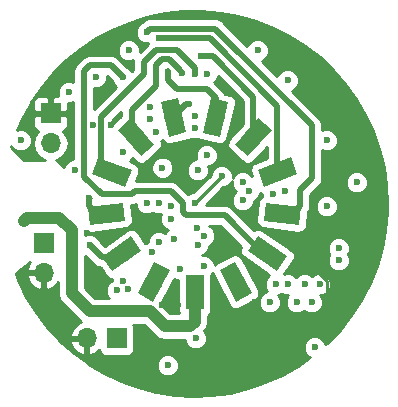
<source format=gbl>
G04 #@! TF.GenerationSoftware,KiCad,Pcbnew,(5.0.2)-1*
G04 #@! TF.CreationDate,2019-03-25T12:23:43+09:00*
G04 #@! TF.ProjectId,NixieHourglass,4e697869-6548-46f7-9572-676c6173732e,rev?*
G04 #@! TF.SameCoordinates,Original*
G04 #@! TF.FileFunction,Copper,L4,Bot*
G04 #@! TF.FilePolarity,Positive*
%FSLAX46Y46*%
G04 Gerber Fmt 4.6, Leading zero omitted, Abs format (unit mm)*
G04 Created by KiCad (PCBNEW (5.0.2)-1) date 25/03/2019 12:23:43*
%MOMM*%
%LPD*%
G01*
G04 APERTURE LIST*
G04 #@! TA.AperFunction,SMDPad,CuDef*
%ADD10C,1.500000*%
G04 #@! TD*
G04 #@! TA.AperFunction,Conductor*
%ADD11C,0.100000*%
G04 #@! TD*
G04 #@! TA.AperFunction,SMDPad,CuDef*
%ADD12R,1.500000X3.000000*%
G04 #@! TD*
G04 #@! TA.AperFunction,ComponentPad*
%ADD13R,1.700000X1.700000*%
G04 #@! TD*
G04 #@! TA.AperFunction,ComponentPad*
%ADD14O,1.700000X1.700000*%
G04 #@! TD*
G04 #@! TA.AperFunction,ViaPad*
%ADD15C,0.600000*%
G04 #@! TD*
G04 #@! TA.AperFunction,Conductor*
%ADD16C,0.250000*%
G04 #@! TD*
G04 #@! TA.AperFunction,Conductor*
%ADD17C,0.500000*%
G04 #@! TD*
G04 #@! TA.AperFunction,Conductor*
%ADD18C,1.000000*%
G04 #@! TD*
G04 #@! TA.AperFunction,Conductor*
%ADD19C,0.254000*%
G04 #@! TD*
G04 APERTURE END LIST*
D10*
G04 #@! TO.P,N1,RHDP*
G04 #@! TO.N,N/C*
X86530000Y-86640000D03*
D11*
G04 #@! TD*
G04 #@! TO.N,N/C*
G04 #@! TO.C,N1*
G36*
X85170403Y-87621833D02*
X86560291Y-84963223D01*
X87889597Y-85658167D01*
X86499709Y-88316777D01*
X85170403Y-87621833D01*
X85170403Y-87621833D01*
G37*
D10*
G04 #@! TO.P,N1,0*
G04 #@! TO.N,Net-(N1-Pad0)*
X83840000Y-84270000D03*
D11*
G04 #@! TD*
G04 #@! TO.N,Net-(N1-Pad0)*
G04 #@! TO.C,N1*
G36*
X82179824Y-84507311D02*
X84646256Y-82799473D01*
X85500176Y-84032689D01*
X83033744Y-85740527D01*
X82179824Y-84507311D01*
X82179824Y-84507311D01*
G37*
D10*
G04 #@! TO.P,N1,9*
G04 #@! TO.N,Net-(N1-Pad9)*
X82560000Y-80900000D03*
D11*
G04 #@! TD*
G04 #@! TO.N,Net-(N1-Pad9)*
G04 #@! TO.C,N1*
G36*
X80979779Y-80338394D02*
X83957417Y-79972786D01*
X84140221Y-81461606D01*
X81162583Y-81827214D01*
X80979779Y-80338394D01*
X80979779Y-80338394D01*
G37*
D10*
G04 #@! TO.P,N1,8*
G04 #@! TO.N,Net-(N1-Pad8)*
X82990000Y-77350000D03*
D11*
G04 #@! TD*
G04 #@! TO.N,Net-(N1-Pad8)*
G04 #@! TO.C,N1*
G36*
X81851940Y-76118205D02*
X84658272Y-77178629D01*
X84128060Y-78581795D01*
X81321728Y-77521371D01*
X81851940Y-76118205D01*
X81851940Y-76118205D01*
G37*
D10*
G04 #@! TO.P,N1,7*
G04 #@! TO.N,Net-(N1-Pad7)*
X85030000Y-74400000D03*
D11*
G04 #@! TD*
G04 #@! TO.N,Net-(N1-Pad7)*
G04 #@! TO.C,N1*
G36*
X84594959Y-72780358D02*
X86586738Y-75023752D01*
X85465041Y-76019642D01*
X83473262Y-73776248D01*
X84594959Y-72780358D01*
X84594959Y-72780358D01*
G37*
D10*
G04 #@! TO.P,N1,6*
G04 #@! TO.N,Net-(N1-Pad6)*
X88200000Y-72720000D03*
D11*
G04 #@! TD*
G04 #@! TO.N,Net-(N1-Pad6)*
G04 #@! TO.C,N1*
G36*
X88567695Y-71083754D02*
X89288379Y-73995904D01*
X87832305Y-74356246D01*
X87111621Y-71444096D01*
X88567695Y-71083754D01*
X88567695Y-71083754D01*
G37*
D10*
G04 #@! TO.P,N1,5*
G04 #@! TO.N,Net-(N1-Pad5)*
X91780000Y-72720000D03*
D11*
G04 #@! TD*
G04 #@! TO.N,Net-(N1-Pad5)*
G04 #@! TO.C,N1*
G36*
X92866151Y-71442199D02*
X92150551Y-74355602D01*
X90693849Y-73997801D01*
X91409449Y-71084398D01*
X92866151Y-71442199D01*
X92866151Y-71442199D01*
G37*
D10*
G04 #@! TO.P,N1,4*
G04 #@! TO.N,Net-(N1-Pad4)*
X94960000Y-74390000D03*
D11*
G04 #@! TD*
G04 #@! TO.N,Net-(N1-Pad4)*
G04 #@! TO.C,N1*
G36*
X96515647Y-73763531D02*
X94527787Y-76010399D01*
X93404353Y-75016469D01*
X95392213Y-72769601D01*
X96515647Y-73763531D01*
X96515647Y-73763531D01*
G37*
D10*
G04 #@! TO.P,N1,3*
G04 #@! TO.N,Net-(N1-Pad3)*
X97010000Y-77340000D03*
D11*
G04 #@! TD*
G04 #@! TO.N,Net-(N1-Pad3)*
G04 #@! TO.C,N1*
G36*
X98678569Y-77508459D02*
X95874092Y-78573780D01*
X95341431Y-77171541D01*
X98145908Y-76106220D01*
X98678569Y-77508459D01*
X98678569Y-77508459D01*
G37*
D10*
G04 #@! TO.P,N1,2*
G04 #@! TO.N,Net-(N1-Pad2)*
X97440000Y-80900000D03*
D11*
G04 #@! TD*
G04 #@! TO.N,Net-(N1-Pad2)*
G04 #@! TO.C,N1*
G36*
X98839033Y-81824773D02*
X95860761Y-81464363D01*
X96040967Y-79975227D01*
X99019239Y-80335637D01*
X98839033Y-81824773D01*
X98839033Y-81824773D01*
G37*
D10*
G04 #@! TO.P,N1,1*
G04 #@! TO.N,Net-(N1-Pad1)*
X96170000Y-84250000D03*
D11*
G04 #@! TD*
G04 #@! TO.N,Net-(N1-Pad1)*
G04 #@! TO.C,N1*
G36*
X96978822Y-85719118D02*
X94509413Y-84015587D01*
X95361178Y-82780882D01*
X97830587Y-84484413D01*
X96978822Y-85719118D01*
X96978822Y-85719118D01*
G37*
D10*
G04 #@! TO.P,N1,LHDP*
G04 #@! TO.N,N/C*
X93480000Y-86640000D03*
D11*
G04 #@! TD*
G04 #@! TO.N,N/C*
G04 #@! TO.C,N1*
G36*
X93513218Y-88316722D02*
X92118692Y-85660541D01*
X93446782Y-84963278D01*
X94841308Y-87619459D01*
X93513218Y-88316722D01*
X93513218Y-88316722D01*
G37*
D12*
G04 #@! TO.P,N1,A*
G04 #@! TO.N,Net-(N1-PadA)*
X90000000Y-87500000D03*
G04 #@! TD*
D13*
G04 #@! TO.P,J3,1*
G04 #@! TO.N,+BATT*
X83396000Y-91430000D03*
D14*
G04 #@! TO.P,J3,2*
G04 #@! TO.N,GND*
X80856000Y-91430000D03*
G04 #@! TD*
G04 #@! TO.P,J4,2*
G04 #@! TO.N,GND*
X77216000Y-85852000D03*
D13*
G04 #@! TO.P,J4,1*
G04 #@! TO.N,+HV*
X77216000Y-83312000D03*
G04 #@! TD*
G04 #@! TO.P,C5,1*
G04 #@! TO.N,GND*
X77808000Y-72380000D03*
D14*
G04 #@! TO.P,C5,2*
G04 #@! TO.N,+BATT*
X77808000Y-74920000D03*
G04 #@! TD*
D15*
G04 #@! TO.N,GND*
X82888000Y-73396000D03*
X89238000Y-77206000D03*
X87206000Y-88636000D03*
X88593000Y-88636000D03*
X96858000Y-93462000D03*
X100414000Y-79238000D03*
X104900000Y-77628000D03*
X81618000Y-71364000D03*
X84920000Y-65014000D03*
X81872000Y-85588000D03*
X80856000Y-82540000D03*
X91778000Y-88128000D03*
X94064000Y-77206000D03*
X94064000Y-89144000D03*
X95080000Y-88382000D03*
X101176000Y-79238000D03*
X93556000Y-73142000D03*
G04 #@! TO.N,+BATT*
X90254942Y-77206942D03*
X100160000Y-92192000D03*
X101175978Y-74666000D03*
X79332000Y-70602000D03*
X99906000Y-88382000D03*
X95334000Y-67046000D03*
X103716000Y-78222000D03*
X101175986Y-80254000D03*
X90092500Y-91430000D03*
G04 #@! TO.N,Net-(C2-Pad1)*
X90000000Y-80000000D03*
X92286000Y-77714000D03*
G04 #@! TO.N,/MISO*
X94572000Y-78983992D03*
X100584000Y-86858000D03*
G04 #@! TO.N,/SCK*
X94064000Y-78222000D03*
X99314000Y-86858010D03*
G04 #@! TO.N,/MOSI*
X94064000Y-79746000D03*
X98636000Y-88382000D03*
G04 #@! TO.N,/RESET*
X86383051Y-84124949D03*
X97874000Y-86858000D03*
X87714000Y-93716000D03*
G04 #@! TO.N,/RXD*
X96858000Y-86858000D03*
X90761978Y-85334000D03*
G04 #@! TO.N,/TXD*
X96350000Y-88381998D03*
X88730000Y-85588006D03*
G04 #@! TO.N,Net-(N1-Pad1)*
X83904000Y-69332000D03*
G04 #@! TO.N,Net-(N1-Pad2)*
X85936000Y-65522000D03*
G04 #@! TO.N,Net-(N1-Pad3)*
X86952000Y-66030000D03*
G04 #@! TO.N,Net-(N1-Pad4)*
X90508000Y-67554000D03*
G04 #@! TO.N,Net-(N1-Pad5)*
X87714872Y-68867792D03*
G04 #@! TO.N,Net-(N1-Pad6)*
X89492000Y-71618016D03*
G04 #@! TO.N,Net-(N1-Pad7)*
X88969824Y-68949344D03*
G04 #@! TO.N,Net-(N1-Pad8)*
X90000000Y-69077956D03*
G04 #@! TO.N,Net-(N1-Pad9)*
X81069439Y-79573337D03*
G04 #@! TO.N,/NIX_ANODE*
X79840032Y-77206000D03*
X86952000Y-83302000D03*
G04 #@! TO.N,/NIX_0*
X83396000Y-87365988D03*
X90254000Y-83556000D03*
G04 #@! TO.N,/SCL*
X90822478Y-82739103D03*
X81364000Y-73396000D03*
X88222000Y-83048000D03*
X97620000Y-78984000D03*
G04 #@! TO.N,/SDA*
X90223992Y-82051988D03*
X96604000Y-79237986D03*
G04 #@! TO.N,/NIX_8*
X84370051Y-87286050D03*
X91016000Y-75936000D03*
G04 #@! TO.N,/NIX_1*
X83904000Y-75682016D03*
X87968000Y-81308027D03*
G04 #@! TO.N,/NIX_2*
X86189974Y-71833987D03*
X87968000Y-80253970D03*
G04 #@! TO.N,/NIX_3*
X87264883Y-76986594D03*
X86189992Y-72888000D03*
G04 #@! TO.N,/NIX_5*
X85936000Y-80004000D03*
X86710500Y-73912329D03*
G04 #@! TO.N,/NIX_6*
X86952000Y-80000000D03*
X90000000Y-72634000D03*
G04 #@! TO.N,/NIX_7*
X83904000Y-86604000D03*
X90000000Y-73650000D03*
G04 #@! TO.N,Net-(N1-Pad0)*
X81110000Y-83555986D03*
G04 #@! TO.N,Net-(N1-PadA)*
X75522000Y-81524000D03*
G04 #@! TO.N,/SW_0*
X97874000Y-69586000D03*
X102192000Y-84826026D03*
G04 #@! TO.N,/SW_1*
X102192000Y-83810000D03*
X84411992Y-67046012D03*
X91016000Y-69077984D03*
G04 #@! TO.N,/INT_ACCEL*
X81618000Y-69332000D03*
X75268000Y-74666000D03*
G04 #@! TD*
D16*
G04 #@! TO.N,GND*
X101209001Y-89110999D02*
X96858000Y-93462000D01*
X101209001Y-86557999D02*
X101209001Y-89110999D01*
X100114001Y-85462999D02*
X101209001Y-86557999D01*
X100414000Y-79238000D02*
X100114001Y-79537999D01*
X100114001Y-79537999D02*
X100114001Y-85462999D01*
X100414000Y-79238000D02*
X101176000Y-79238000D01*
X100414000Y-78730000D02*
X100414000Y-79238000D01*
X101938000Y-77206000D02*
X100414000Y-78730000D01*
X104900000Y-77628000D02*
X104478000Y-77206000D01*
X104478000Y-77206000D02*
X101938000Y-77206000D01*
G04 #@! TO.N,Net-(C2-Pad1)*
X90000000Y-80000000D02*
X92286000Y-77714000D01*
D17*
G04 #@! TO.N,Net-(N1-Pad1)*
X82888000Y-68316000D02*
X83904000Y-69332000D01*
X82126000Y-79238000D02*
X80613999Y-77725999D01*
X84920000Y-78984000D02*
X84666000Y-79238000D01*
X80613999Y-68812001D02*
X81110000Y-68316000D01*
X80613999Y-77725999D02*
X80613999Y-68812001D01*
X84666000Y-79238000D02*
X82126000Y-79238000D01*
X87968000Y-78984000D02*
X84920000Y-78984000D01*
X81110000Y-68316000D02*
X82888000Y-68316000D01*
X95774000Y-84250000D02*
X92540000Y-81016000D01*
X96170000Y-84250000D02*
X95774000Y-84250000D01*
X92540000Y-81016000D02*
X89238000Y-81016000D01*
X89238000Y-81016000D02*
X88984000Y-80762000D01*
X88984000Y-80762000D02*
X88984000Y-80000000D01*
X88984000Y-80000000D02*
X87968000Y-78984000D01*
G04 #@! TO.N,Net-(N1-Pad2)*
X86235999Y-65222001D02*
X85936000Y-65522000D01*
X91732001Y-65222001D02*
X86235999Y-65222001D01*
X98244000Y-80900000D02*
X98890000Y-80254000D01*
X97440000Y-80900000D02*
X98244000Y-80900000D01*
X98890000Y-80254000D02*
X98890000Y-78904013D01*
X98890000Y-78904013D02*
X99906000Y-77888013D01*
X99906000Y-77888013D02*
X99906000Y-73396000D01*
X99906000Y-73396000D02*
X91732001Y-65222001D01*
G04 #@! TO.N,Net-(N1-Pad3)*
X87376264Y-66030000D02*
X86952000Y-66030000D01*
X91270000Y-66030000D02*
X87376264Y-66030000D01*
X97010000Y-77340000D02*
X97010000Y-71770000D01*
X97010000Y-71770000D02*
X91270000Y-66030000D01*
G04 #@! TO.N,Net-(N1-Pad4)*
X91524000Y-67554000D02*
X90508000Y-67554000D01*
X94960000Y-74390000D02*
X94960000Y-70990000D01*
X94960000Y-70990000D02*
X91524000Y-67554000D01*
G04 #@! TO.N,Net-(N1-Pad5)*
X87714000Y-68866920D02*
X87714872Y-68867792D01*
X87714000Y-68824000D02*
X87714000Y-68866920D01*
X87714000Y-68868664D02*
X87714872Y-68867792D01*
X87714000Y-69586000D02*
X87714000Y-68868664D01*
X88476000Y-70348000D02*
X87714000Y-69586000D01*
X91016000Y-70348000D02*
X88476000Y-70348000D01*
X91780000Y-72720000D02*
X91780000Y-71112000D01*
X91780000Y-71112000D02*
X91016000Y-70348000D01*
G04 #@! TO.N,Net-(N1-Pad6)*
X88200000Y-72720000D02*
X89301984Y-71618016D01*
X89301984Y-71618016D02*
X89492000Y-71618016D01*
G04 #@! TO.N,Net-(N1-Pad7)*
X88669825Y-68649345D02*
X88969824Y-68949344D01*
X87828480Y-67808000D02*
X88669825Y-68649345D01*
X84666000Y-74036000D02*
X84666000Y-72126000D01*
X84666000Y-72126000D02*
X86698000Y-70094000D01*
X86698000Y-70094000D02*
X86698000Y-68316000D01*
X85030000Y-74400000D02*
X84666000Y-74036000D01*
X86698000Y-68316000D02*
X87206000Y-67808000D01*
X87206000Y-67808000D02*
X87828480Y-67808000D01*
G04 #@! TO.N,Net-(N1-Pad8)*
X88476000Y-67046000D02*
X90000000Y-68570000D01*
X86698000Y-67046000D02*
X88476000Y-67046000D01*
X82778000Y-77350000D02*
X82114001Y-76686001D01*
X82990000Y-77350000D02*
X82778000Y-77350000D01*
X90000000Y-68570000D02*
X90000000Y-69077956D01*
X82114001Y-76686001D02*
X82114001Y-72645999D01*
X82114001Y-72645999D02*
X85682000Y-69078000D01*
X85682000Y-69078000D02*
X85682000Y-68062000D01*
X85682000Y-68062000D02*
X86698000Y-67046000D01*
D16*
G04 #@! TO.N,Net-(N1-Pad9)*
X81233337Y-79573337D02*
X81069439Y-79573337D01*
D17*
X81069439Y-80213439D02*
X81069439Y-79573337D01*
X82560000Y-80900000D02*
X81756000Y-80900000D01*
X81756000Y-80900000D02*
X81069439Y-80213439D01*
G04 #@! TO.N,Net-(N1-Pad0)*
X82126014Y-84572000D02*
X81110000Y-83555986D01*
X83650000Y-84572000D02*
X82126014Y-84572000D01*
X83840000Y-84270000D02*
X83840000Y-84382000D01*
X83840000Y-84382000D02*
X83650000Y-84572000D01*
D18*
G04 #@! TO.N,Net-(N1-PadA)*
X75821999Y-81224001D02*
X75522000Y-81524000D01*
X78524001Y-81224001D02*
X75821999Y-81224001D01*
X79586000Y-82286000D02*
X78524001Y-81224001D01*
X90000000Y-90000000D02*
X89586000Y-90414000D01*
X90000000Y-87500000D02*
X90000000Y-90000000D01*
X89586000Y-90414000D02*
X87460000Y-90414000D01*
X79586000Y-87620000D02*
X79586000Y-82286000D01*
X87460000Y-90414000D02*
X86190000Y-89144000D01*
X86190000Y-89144000D02*
X81110000Y-89144000D01*
X81110000Y-89144000D02*
X79586000Y-87620000D01*
G04 #@! TD*
D19*
G04 #@! TO.N,GND*
G36*
X92126272Y-63849363D02*
X93664453Y-64127512D01*
X95168893Y-64551808D01*
X96625740Y-65118344D01*
X98021580Y-65821906D01*
X99343560Y-66656013D01*
X100579509Y-67612987D01*
X101718045Y-68684015D01*
X102748687Y-69859237D01*
X103661944Y-71127830D01*
X104449406Y-72478115D01*
X105103825Y-73897659D01*
X105619173Y-75373390D01*
X105990707Y-76891721D01*
X106215004Y-78438673D01*
X106290000Y-80000000D01*
X106274496Y-80710560D01*
X106131467Y-82267130D01*
X105839906Y-83802825D01*
X105402498Y-85303505D01*
X104823269Y-86755353D01*
X104107554Y-88145000D01*
X103261942Y-89459651D01*
X102294219Y-90687202D01*
X101213296Y-91816349D01*
X101068217Y-91941357D01*
X100952655Y-91662365D01*
X100689635Y-91399345D01*
X100345983Y-91257000D01*
X99974017Y-91257000D01*
X99630365Y-91399345D01*
X99367345Y-91662365D01*
X99225000Y-92006017D01*
X99225000Y-92377983D01*
X99367345Y-92721635D01*
X99630365Y-92984655D01*
X99749779Y-93034118D01*
X98752611Y-93738847D01*
X97395505Y-94514496D01*
X95970305Y-95156502D01*
X94490133Y-95658953D01*
X92968617Y-96017222D01*
X91419767Y-96228012D01*
X89857845Y-96289380D01*
X88297231Y-96200762D01*
X86752296Y-95962973D01*
X85237265Y-95578204D01*
X83766087Y-95049998D01*
X82352308Y-94383216D01*
X81008947Y-93584000D01*
X80935324Y-93530017D01*
X86779000Y-93530017D01*
X86779000Y-93901983D01*
X86921345Y-94245635D01*
X87184365Y-94508655D01*
X87528017Y-94651000D01*
X87899983Y-94651000D01*
X88243635Y-94508655D01*
X88506655Y-94245635D01*
X88649000Y-93901983D01*
X88649000Y-93530017D01*
X88506655Y-93186365D01*
X88243635Y-92923345D01*
X87899983Y-92781000D01*
X87528017Y-92781000D01*
X87184365Y-92923345D01*
X86921345Y-93186365D01*
X86779000Y-93530017D01*
X80935324Y-93530017D01*
X79748371Y-92659708D01*
X78770464Y-91786892D01*
X79414514Y-91786892D01*
X79660817Y-92311358D01*
X80089076Y-92701645D01*
X80499110Y-92871476D01*
X80729000Y-92750155D01*
X80729000Y-91557000D01*
X79535181Y-91557000D01*
X79414514Y-91786892D01*
X78770464Y-91786892D01*
X78582188Y-91618850D01*
X77521136Y-90471010D01*
X76574984Y-89226758D01*
X75752445Y-87897549D01*
X75061091Y-86495622D01*
X74952458Y-86208890D01*
X75774524Y-86208890D01*
X75944355Y-86618924D01*
X76334642Y-87047183D01*
X76859108Y-87293486D01*
X77089000Y-87172819D01*
X77089000Y-85979000D01*
X75895845Y-85979000D01*
X75774524Y-86208890D01*
X74952458Y-86208890D01*
X74836934Y-85903970D01*
X76044849Y-84974804D01*
X75944355Y-85085076D01*
X75774524Y-85495110D01*
X75895845Y-85725000D01*
X77089000Y-85725000D01*
X77089000Y-85705000D01*
X77343000Y-85705000D01*
X77343000Y-85725000D01*
X77363000Y-85725000D01*
X77363000Y-85979000D01*
X77343000Y-85979000D01*
X77343000Y-87172819D01*
X77572892Y-87293486D01*
X78097358Y-87047183D01*
X78451000Y-86659134D01*
X78451000Y-87508217D01*
X78428765Y-87620000D01*
X78451000Y-87731782D01*
X78516854Y-88062854D01*
X78767711Y-88438289D01*
X78862481Y-88501613D01*
X80228390Y-89867523D01*
X80291711Y-89962289D01*
X80395315Y-90031515D01*
X80089076Y-90158355D01*
X79660817Y-90548642D01*
X79414514Y-91073108D01*
X79535181Y-91303000D01*
X80729000Y-91303000D01*
X80729000Y-91283000D01*
X80983000Y-91283000D01*
X80983000Y-91303000D01*
X81003000Y-91303000D01*
X81003000Y-91557000D01*
X80983000Y-91557000D01*
X80983000Y-92750155D01*
X81212890Y-92871476D01*
X81622924Y-92701645D01*
X81927261Y-92424292D01*
X81947843Y-92527765D01*
X82088191Y-92737809D01*
X82298235Y-92878157D01*
X82546000Y-92927440D01*
X84246000Y-92927440D01*
X84493765Y-92878157D01*
X84703809Y-92737809D01*
X84844157Y-92527765D01*
X84893440Y-92280000D01*
X84893440Y-90580000D01*
X84844157Y-90332235D01*
X84808586Y-90279000D01*
X85719869Y-90279000D01*
X86578389Y-91137521D01*
X86641711Y-91232289D01*
X87017145Y-91483146D01*
X87459999Y-91571235D01*
X87571782Y-91549000D01*
X89157500Y-91549000D01*
X89157500Y-91615983D01*
X89299845Y-91959635D01*
X89562865Y-92222655D01*
X89906517Y-92365000D01*
X90278483Y-92365000D01*
X90622135Y-92222655D01*
X90885155Y-91959635D01*
X91027500Y-91615983D01*
X91027500Y-91244017D01*
X90885155Y-90900365D01*
X90809171Y-90824381D01*
X90818289Y-90818289D01*
X91069146Y-90442855D01*
X91135000Y-90111783D01*
X91157235Y-90000001D01*
X91135000Y-89888219D01*
X91135000Y-89506459D01*
X91207809Y-89457809D01*
X91348157Y-89247765D01*
X91397440Y-89000000D01*
X91397440Y-86020828D01*
X91525237Y-85893031D01*
X91545453Y-85961498D01*
X92939979Y-88617679D01*
X93098785Y-88814140D01*
X93320686Y-88934872D01*
X93571897Y-88961497D01*
X93814175Y-88889961D01*
X95142265Y-88192698D01*
X95338725Y-88033892D01*
X95459458Y-87811991D01*
X95486083Y-87560780D01*
X95414547Y-87318502D01*
X94020021Y-84662321D01*
X93861215Y-84465860D01*
X93639314Y-84345128D01*
X93388103Y-84318503D01*
X93145825Y-84390039D01*
X91817735Y-85087302D01*
X91696978Y-85184914D01*
X91696978Y-85148017D01*
X91554633Y-84804365D01*
X91291613Y-84541345D01*
X90947961Y-84399000D01*
X90662091Y-84399000D01*
X90783635Y-84348655D01*
X91046655Y-84085635D01*
X91189000Y-83741983D01*
X91189000Y-83599321D01*
X91352113Y-83531758D01*
X91615133Y-83268738D01*
X91757478Y-82925086D01*
X91757478Y-82553120D01*
X91615133Y-82209468D01*
X91352113Y-81946448D01*
X91242392Y-81901000D01*
X92173422Y-81901000D01*
X93959560Y-83687139D01*
X93876357Y-83879872D01*
X93872609Y-84132462D01*
X93965810Y-84367260D01*
X94141768Y-84548518D01*
X96335969Y-86062195D01*
X96328365Y-86065345D01*
X96065345Y-86328365D01*
X95923000Y-86672017D01*
X95923000Y-87043983D01*
X96065345Y-87387635D01*
X96136221Y-87458511D01*
X95820365Y-87589343D01*
X95557345Y-87852363D01*
X95415000Y-88196015D01*
X95415000Y-88567981D01*
X95557345Y-88911633D01*
X95820365Y-89174653D01*
X96164017Y-89316998D01*
X96535983Y-89316998D01*
X96879635Y-89174653D01*
X97142655Y-88911633D01*
X97285000Y-88567981D01*
X97285000Y-88196015D01*
X97142655Y-87852363D01*
X97071779Y-87781487D01*
X97366000Y-87659616D01*
X97688017Y-87793000D01*
X97902710Y-87793000D01*
X97843345Y-87852365D01*
X97701000Y-88196017D01*
X97701000Y-88567983D01*
X97843345Y-88911635D01*
X98106365Y-89174655D01*
X98450017Y-89317000D01*
X98821983Y-89317000D01*
X99165635Y-89174655D01*
X99271000Y-89069290D01*
X99376365Y-89174655D01*
X99720017Y-89317000D01*
X100091983Y-89317000D01*
X100435635Y-89174655D01*
X100698655Y-88911635D01*
X100841000Y-88567983D01*
X100841000Y-88196017D01*
X100698655Y-87852365D01*
X100639290Y-87793000D01*
X100769983Y-87793000D01*
X101113635Y-87650655D01*
X101376655Y-87387635D01*
X101519000Y-87043983D01*
X101519000Y-86672017D01*
X101376655Y-86328365D01*
X101113635Y-86065345D01*
X100769983Y-85923000D01*
X100398017Y-85923000D01*
X100054365Y-86065345D01*
X99948995Y-86170715D01*
X99843635Y-86065355D01*
X99499983Y-85923010D01*
X99128017Y-85923010D01*
X98784365Y-86065355D01*
X98594005Y-86255715D01*
X98403635Y-86065345D01*
X98059983Y-85923000D01*
X97688017Y-85923000D01*
X97599405Y-85959704D01*
X98363519Y-84852057D01*
X98463643Y-84620128D01*
X98467391Y-84367538D01*
X98374190Y-84132740D01*
X98198232Y-83951482D01*
X97723545Y-83624017D01*
X101257000Y-83624017D01*
X101257000Y-83995983D01*
X101390389Y-84318013D01*
X101257000Y-84640043D01*
X101257000Y-85012009D01*
X101399345Y-85355661D01*
X101662365Y-85618681D01*
X102006017Y-85761026D01*
X102377983Y-85761026D01*
X102721635Y-85618681D01*
X102984655Y-85355661D01*
X103127000Y-85012009D01*
X103127000Y-84640043D01*
X102993611Y-84318013D01*
X103127000Y-83995983D01*
X103127000Y-83624017D01*
X102984655Y-83280365D01*
X102721635Y-83017345D01*
X102377983Y-82875000D01*
X102006017Y-82875000D01*
X101662365Y-83017345D01*
X101399345Y-83280365D01*
X101257000Y-83624017D01*
X97723545Y-83624017D01*
X95728823Y-82247951D01*
X95496893Y-82147826D01*
X95244302Y-82144079D01*
X95011905Y-82236326D01*
X93227424Y-80451846D01*
X93178049Y-80377951D01*
X92885310Y-80182348D01*
X92627165Y-80131000D01*
X92627161Y-80131000D01*
X92540000Y-80113663D01*
X92452839Y-80131000D01*
X90943801Y-80131000D01*
X92425802Y-78649000D01*
X92471983Y-78649000D01*
X92815635Y-78506655D01*
X93078655Y-78243635D01*
X93129000Y-78122091D01*
X93129000Y-78407983D01*
X93271345Y-78751635D01*
X93503710Y-78984000D01*
X93271345Y-79216365D01*
X93129000Y-79560017D01*
X93129000Y-79931983D01*
X93271345Y-80275635D01*
X93534365Y-80538655D01*
X93878017Y-80681000D01*
X94249983Y-80681000D01*
X94593635Y-80538655D01*
X94856655Y-80275635D01*
X94999000Y-79931983D01*
X94999000Y-79819160D01*
X95101635Y-79776647D01*
X95364655Y-79513627D01*
X95507000Y-79169975D01*
X95507000Y-79091921D01*
X95608691Y-79164323D01*
X95669000Y-79178191D01*
X95669000Y-79423969D01*
X95678529Y-79446975D01*
X95641474Y-79465734D01*
X95476908Y-79657396D01*
X95398216Y-79897445D01*
X95218010Y-81386581D01*
X95237171Y-81638473D01*
X95351268Y-81863857D01*
X95542930Y-82028422D01*
X95782980Y-82107114D01*
X98761252Y-82467524D01*
X99013142Y-82448363D01*
X99238526Y-82334266D01*
X99403092Y-82142604D01*
X99481784Y-81902555D01*
X99620882Y-80753116D01*
X99723652Y-80599310D01*
X99735717Y-80538655D01*
X99775000Y-80341165D01*
X99775000Y-80341161D01*
X99792337Y-80254000D01*
X99775000Y-80166839D01*
X99775000Y-80068017D01*
X100240986Y-80068017D01*
X100240986Y-80439983D01*
X100383331Y-80783635D01*
X100646351Y-81046655D01*
X100990003Y-81189000D01*
X101361969Y-81189000D01*
X101705621Y-81046655D01*
X101968641Y-80783635D01*
X102110986Y-80439983D01*
X102110986Y-80068017D01*
X101968641Y-79724365D01*
X101705621Y-79461345D01*
X101361969Y-79319000D01*
X100990003Y-79319000D01*
X100646351Y-79461345D01*
X100383331Y-79724365D01*
X100240986Y-80068017D01*
X99775000Y-80068017D01*
X99775000Y-79270591D01*
X100470156Y-78575436D01*
X100544049Y-78526062D01*
X100622948Y-78407983D01*
X100739652Y-78233323D01*
X100756156Y-78150349D01*
X100778898Y-78036017D01*
X102781000Y-78036017D01*
X102781000Y-78407983D01*
X102923345Y-78751635D01*
X103186365Y-79014655D01*
X103530017Y-79157000D01*
X103901983Y-79157000D01*
X104245635Y-79014655D01*
X104508655Y-78751635D01*
X104651000Y-78407983D01*
X104651000Y-78036017D01*
X104508655Y-77692365D01*
X104245635Y-77429345D01*
X103901983Y-77287000D01*
X103530017Y-77287000D01*
X103186365Y-77429345D01*
X102923345Y-77692365D01*
X102781000Y-78036017D01*
X100778898Y-78036017D01*
X100791000Y-77975178D01*
X100791000Y-77975174D01*
X100808337Y-77888013D01*
X100791000Y-77800852D01*
X100791000Y-75518574D01*
X100989995Y-75601000D01*
X101361961Y-75601000D01*
X101705613Y-75458655D01*
X101968633Y-75195635D01*
X102110978Y-74851983D01*
X102110978Y-74480017D01*
X101968633Y-74136365D01*
X101705613Y-73873345D01*
X101361961Y-73731000D01*
X100989995Y-73731000D01*
X100791000Y-73813426D01*
X100791000Y-73483159D01*
X100808337Y-73395999D01*
X100791000Y-73308839D01*
X100791000Y-73308835D01*
X100739652Y-73050690D01*
X100659129Y-72930179D01*
X100593424Y-72831845D01*
X100593423Y-72831844D01*
X100544049Y-72757951D01*
X100470156Y-72708577D01*
X98217382Y-70455803D01*
X98403635Y-70378655D01*
X98666655Y-70115635D01*
X98809000Y-69771983D01*
X98809000Y-69400017D01*
X98666655Y-69056365D01*
X98403635Y-68793345D01*
X98059983Y-68651000D01*
X97688017Y-68651000D01*
X97344365Y-68793345D01*
X97081345Y-69056365D01*
X97004197Y-69242618D01*
X95677382Y-67915803D01*
X95863635Y-67838655D01*
X96126655Y-67575635D01*
X96269000Y-67231983D01*
X96269000Y-66860017D01*
X96126655Y-66516365D01*
X95863635Y-66253345D01*
X95519983Y-66111000D01*
X95148017Y-66111000D01*
X94804365Y-66253345D01*
X94541345Y-66516365D01*
X94464197Y-66702618D01*
X92419426Y-64657848D01*
X92370050Y-64583952D01*
X92077311Y-64388349D01*
X91819166Y-64337001D01*
X91819162Y-64337001D01*
X91732001Y-64319664D01*
X91644840Y-64337001D01*
X86323160Y-64337001D01*
X86235999Y-64319664D01*
X86148838Y-64337001D01*
X86148834Y-64337001D01*
X85890689Y-64388349D01*
X85597950Y-64583952D01*
X85548574Y-64657848D01*
X85527078Y-64679344D01*
X85406365Y-64729345D01*
X85143345Y-64992365D01*
X85001000Y-65336017D01*
X85001000Y-65707983D01*
X85143345Y-66051635D01*
X85406365Y-66314655D01*
X85750017Y-66457000D01*
X86027177Y-66457000D01*
X86010577Y-66481844D01*
X85346992Y-67145430D01*
X85346992Y-66860029D01*
X85204647Y-66516377D01*
X84941627Y-66253357D01*
X84597975Y-66111012D01*
X84226009Y-66111012D01*
X83882357Y-66253357D01*
X83619337Y-66516377D01*
X83476992Y-66860029D01*
X83476992Y-67231995D01*
X83619337Y-67575647D01*
X83882357Y-67838667D01*
X84226009Y-67981012D01*
X84597975Y-67981012D01*
X84813532Y-67891726D01*
X84779663Y-68062000D01*
X84797001Y-68149165D01*
X84797000Y-68711421D01*
X84699409Y-68809013D01*
X84696655Y-68802365D01*
X84433635Y-68539345D01*
X84312924Y-68489345D01*
X83575424Y-67751846D01*
X83526049Y-67677951D01*
X83233310Y-67482348D01*
X82975165Y-67431000D01*
X82975161Y-67431000D01*
X82888000Y-67413663D01*
X82800839Y-67431000D01*
X81197159Y-67431000D01*
X81109999Y-67413663D01*
X81022839Y-67431000D01*
X81022835Y-67431000D01*
X80764690Y-67482348D01*
X80471951Y-67677951D01*
X80422576Y-67751846D01*
X80049844Y-68124578D01*
X79975951Y-68173952D01*
X79926577Y-68247845D01*
X79926575Y-68247847D01*
X79780347Y-68466692D01*
X79711662Y-68812001D01*
X79729000Y-68899166D01*
X79729000Y-69754406D01*
X79517983Y-69667000D01*
X79146017Y-69667000D01*
X78802365Y-69809345D01*
X78539345Y-70072365D01*
X78397000Y-70416017D01*
X78397000Y-70787983D01*
X78441328Y-70895000D01*
X78093750Y-70895000D01*
X77935000Y-71053750D01*
X77935000Y-72253000D01*
X79134250Y-72253000D01*
X79293000Y-72094250D01*
X79293000Y-71537000D01*
X79517983Y-71537000D01*
X79729000Y-71449594D01*
X79728999Y-76271000D01*
X79654049Y-76271000D01*
X79310397Y-76413345D01*
X79047377Y-76676365D01*
X78947941Y-76916425D01*
X78405803Y-76374287D01*
X78364601Y-76346757D01*
X78316000Y-76337090D01*
X78295664Y-76337090D01*
X78387418Y-76318839D01*
X78878625Y-75990625D01*
X79206839Y-75499418D01*
X79322092Y-74920000D01*
X79206839Y-74340582D01*
X78878625Y-73849375D01*
X78856967Y-73834904D01*
X79017698Y-73768327D01*
X79196327Y-73589699D01*
X79293000Y-73356310D01*
X79293000Y-72665750D01*
X79134250Y-72507000D01*
X77935000Y-72507000D01*
X77935000Y-72527000D01*
X77681000Y-72527000D01*
X77681000Y-72507000D01*
X76481750Y-72507000D01*
X76323000Y-72665750D01*
X76323000Y-73356310D01*
X76419673Y-73589699D01*
X76598302Y-73768327D01*
X76759033Y-73834904D01*
X76737375Y-73849375D01*
X76409161Y-74340582D01*
X76293908Y-74920000D01*
X76409161Y-75499418D01*
X76737375Y-75990625D01*
X77228582Y-76318839D01*
X77320336Y-76337090D01*
X75574872Y-76337090D01*
X74450480Y-75204613D01*
X74462940Y-75165687D01*
X74475345Y-75195635D01*
X74738365Y-75458655D01*
X75082017Y-75601000D01*
X75453983Y-75601000D01*
X75797635Y-75458655D01*
X76060655Y-75195635D01*
X76203000Y-74851983D01*
X76203000Y-74480017D01*
X76060655Y-74136365D01*
X75797635Y-73873345D01*
X75453983Y-73731000D01*
X75082017Y-73731000D01*
X74962751Y-73780401D01*
X75358645Y-72858934D01*
X76110492Y-71488498D01*
X76168235Y-71403690D01*
X76323000Y-71403690D01*
X76323000Y-72094250D01*
X76481750Y-72253000D01*
X77681000Y-72253000D01*
X77681000Y-71053750D01*
X77522250Y-70895000D01*
X76831691Y-70895000D01*
X76598302Y-70991673D01*
X76419673Y-71170301D01*
X76323000Y-71403690D01*
X76168235Y-71403690D01*
X76990228Y-70196433D01*
X77989752Y-68994636D01*
X79099862Y-67894171D01*
X80310337Y-66905172D01*
X81610030Y-66036745D01*
X82986974Y-65296886D01*
X84428492Y-64692407D01*
X85921310Y-64228875D01*
X87451683Y-63910557D01*
X89005519Y-63740384D01*
X90568513Y-63719923D01*
X92126272Y-63849363D01*
X92126272Y-63849363D01*
G37*
X92126272Y-63849363D02*
X93664453Y-64127512D01*
X95168893Y-64551808D01*
X96625740Y-65118344D01*
X98021580Y-65821906D01*
X99343560Y-66656013D01*
X100579509Y-67612987D01*
X101718045Y-68684015D01*
X102748687Y-69859237D01*
X103661944Y-71127830D01*
X104449406Y-72478115D01*
X105103825Y-73897659D01*
X105619173Y-75373390D01*
X105990707Y-76891721D01*
X106215004Y-78438673D01*
X106290000Y-80000000D01*
X106274496Y-80710560D01*
X106131467Y-82267130D01*
X105839906Y-83802825D01*
X105402498Y-85303505D01*
X104823269Y-86755353D01*
X104107554Y-88145000D01*
X103261942Y-89459651D01*
X102294219Y-90687202D01*
X101213296Y-91816349D01*
X101068217Y-91941357D01*
X100952655Y-91662365D01*
X100689635Y-91399345D01*
X100345983Y-91257000D01*
X99974017Y-91257000D01*
X99630365Y-91399345D01*
X99367345Y-91662365D01*
X99225000Y-92006017D01*
X99225000Y-92377983D01*
X99367345Y-92721635D01*
X99630365Y-92984655D01*
X99749779Y-93034118D01*
X98752611Y-93738847D01*
X97395505Y-94514496D01*
X95970305Y-95156502D01*
X94490133Y-95658953D01*
X92968617Y-96017222D01*
X91419767Y-96228012D01*
X89857845Y-96289380D01*
X88297231Y-96200762D01*
X86752296Y-95962973D01*
X85237265Y-95578204D01*
X83766087Y-95049998D01*
X82352308Y-94383216D01*
X81008947Y-93584000D01*
X80935324Y-93530017D01*
X86779000Y-93530017D01*
X86779000Y-93901983D01*
X86921345Y-94245635D01*
X87184365Y-94508655D01*
X87528017Y-94651000D01*
X87899983Y-94651000D01*
X88243635Y-94508655D01*
X88506655Y-94245635D01*
X88649000Y-93901983D01*
X88649000Y-93530017D01*
X88506655Y-93186365D01*
X88243635Y-92923345D01*
X87899983Y-92781000D01*
X87528017Y-92781000D01*
X87184365Y-92923345D01*
X86921345Y-93186365D01*
X86779000Y-93530017D01*
X80935324Y-93530017D01*
X79748371Y-92659708D01*
X78770464Y-91786892D01*
X79414514Y-91786892D01*
X79660817Y-92311358D01*
X80089076Y-92701645D01*
X80499110Y-92871476D01*
X80729000Y-92750155D01*
X80729000Y-91557000D01*
X79535181Y-91557000D01*
X79414514Y-91786892D01*
X78770464Y-91786892D01*
X78582188Y-91618850D01*
X77521136Y-90471010D01*
X76574984Y-89226758D01*
X75752445Y-87897549D01*
X75061091Y-86495622D01*
X74952458Y-86208890D01*
X75774524Y-86208890D01*
X75944355Y-86618924D01*
X76334642Y-87047183D01*
X76859108Y-87293486D01*
X77089000Y-87172819D01*
X77089000Y-85979000D01*
X75895845Y-85979000D01*
X75774524Y-86208890D01*
X74952458Y-86208890D01*
X74836934Y-85903970D01*
X76044849Y-84974804D01*
X75944355Y-85085076D01*
X75774524Y-85495110D01*
X75895845Y-85725000D01*
X77089000Y-85725000D01*
X77089000Y-85705000D01*
X77343000Y-85705000D01*
X77343000Y-85725000D01*
X77363000Y-85725000D01*
X77363000Y-85979000D01*
X77343000Y-85979000D01*
X77343000Y-87172819D01*
X77572892Y-87293486D01*
X78097358Y-87047183D01*
X78451000Y-86659134D01*
X78451000Y-87508217D01*
X78428765Y-87620000D01*
X78451000Y-87731782D01*
X78516854Y-88062854D01*
X78767711Y-88438289D01*
X78862481Y-88501613D01*
X80228390Y-89867523D01*
X80291711Y-89962289D01*
X80395315Y-90031515D01*
X80089076Y-90158355D01*
X79660817Y-90548642D01*
X79414514Y-91073108D01*
X79535181Y-91303000D01*
X80729000Y-91303000D01*
X80729000Y-91283000D01*
X80983000Y-91283000D01*
X80983000Y-91303000D01*
X81003000Y-91303000D01*
X81003000Y-91557000D01*
X80983000Y-91557000D01*
X80983000Y-92750155D01*
X81212890Y-92871476D01*
X81622924Y-92701645D01*
X81927261Y-92424292D01*
X81947843Y-92527765D01*
X82088191Y-92737809D01*
X82298235Y-92878157D01*
X82546000Y-92927440D01*
X84246000Y-92927440D01*
X84493765Y-92878157D01*
X84703809Y-92737809D01*
X84844157Y-92527765D01*
X84893440Y-92280000D01*
X84893440Y-90580000D01*
X84844157Y-90332235D01*
X84808586Y-90279000D01*
X85719869Y-90279000D01*
X86578389Y-91137521D01*
X86641711Y-91232289D01*
X87017145Y-91483146D01*
X87459999Y-91571235D01*
X87571782Y-91549000D01*
X89157500Y-91549000D01*
X89157500Y-91615983D01*
X89299845Y-91959635D01*
X89562865Y-92222655D01*
X89906517Y-92365000D01*
X90278483Y-92365000D01*
X90622135Y-92222655D01*
X90885155Y-91959635D01*
X91027500Y-91615983D01*
X91027500Y-91244017D01*
X90885155Y-90900365D01*
X90809171Y-90824381D01*
X90818289Y-90818289D01*
X91069146Y-90442855D01*
X91135000Y-90111783D01*
X91157235Y-90000001D01*
X91135000Y-89888219D01*
X91135000Y-89506459D01*
X91207809Y-89457809D01*
X91348157Y-89247765D01*
X91397440Y-89000000D01*
X91397440Y-86020828D01*
X91525237Y-85893031D01*
X91545453Y-85961498D01*
X92939979Y-88617679D01*
X93098785Y-88814140D01*
X93320686Y-88934872D01*
X93571897Y-88961497D01*
X93814175Y-88889961D01*
X95142265Y-88192698D01*
X95338725Y-88033892D01*
X95459458Y-87811991D01*
X95486083Y-87560780D01*
X95414547Y-87318502D01*
X94020021Y-84662321D01*
X93861215Y-84465860D01*
X93639314Y-84345128D01*
X93388103Y-84318503D01*
X93145825Y-84390039D01*
X91817735Y-85087302D01*
X91696978Y-85184914D01*
X91696978Y-85148017D01*
X91554633Y-84804365D01*
X91291613Y-84541345D01*
X90947961Y-84399000D01*
X90662091Y-84399000D01*
X90783635Y-84348655D01*
X91046655Y-84085635D01*
X91189000Y-83741983D01*
X91189000Y-83599321D01*
X91352113Y-83531758D01*
X91615133Y-83268738D01*
X91757478Y-82925086D01*
X91757478Y-82553120D01*
X91615133Y-82209468D01*
X91352113Y-81946448D01*
X91242392Y-81901000D01*
X92173422Y-81901000D01*
X93959560Y-83687139D01*
X93876357Y-83879872D01*
X93872609Y-84132462D01*
X93965810Y-84367260D01*
X94141768Y-84548518D01*
X96335969Y-86062195D01*
X96328365Y-86065345D01*
X96065345Y-86328365D01*
X95923000Y-86672017D01*
X95923000Y-87043983D01*
X96065345Y-87387635D01*
X96136221Y-87458511D01*
X95820365Y-87589343D01*
X95557345Y-87852363D01*
X95415000Y-88196015D01*
X95415000Y-88567981D01*
X95557345Y-88911633D01*
X95820365Y-89174653D01*
X96164017Y-89316998D01*
X96535983Y-89316998D01*
X96879635Y-89174653D01*
X97142655Y-88911633D01*
X97285000Y-88567981D01*
X97285000Y-88196015D01*
X97142655Y-87852363D01*
X97071779Y-87781487D01*
X97366000Y-87659616D01*
X97688017Y-87793000D01*
X97902710Y-87793000D01*
X97843345Y-87852365D01*
X97701000Y-88196017D01*
X97701000Y-88567983D01*
X97843345Y-88911635D01*
X98106365Y-89174655D01*
X98450017Y-89317000D01*
X98821983Y-89317000D01*
X99165635Y-89174655D01*
X99271000Y-89069290D01*
X99376365Y-89174655D01*
X99720017Y-89317000D01*
X100091983Y-89317000D01*
X100435635Y-89174655D01*
X100698655Y-88911635D01*
X100841000Y-88567983D01*
X100841000Y-88196017D01*
X100698655Y-87852365D01*
X100639290Y-87793000D01*
X100769983Y-87793000D01*
X101113635Y-87650655D01*
X101376655Y-87387635D01*
X101519000Y-87043983D01*
X101519000Y-86672017D01*
X101376655Y-86328365D01*
X101113635Y-86065345D01*
X100769983Y-85923000D01*
X100398017Y-85923000D01*
X100054365Y-86065345D01*
X99948995Y-86170715D01*
X99843635Y-86065355D01*
X99499983Y-85923010D01*
X99128017Y-85923010D01*
X98784365Y-86065355D01*
X98594005Y-86255715D01*
X98403635Y-86065345D01*
X98059983Y-85923000D01*
X97688017Y-85923000D01*
X97599405Y-85959704D01*
X98363519Y-84852057D01*
X98463643Y-84620128D01*
X98467391Y-84367538D01*
X98374190Y-84132740D01*
X98198232Y-83951482D01*
X97723545Y-83624017D01*
X101257000Y-83624017D01*
X101257000Y-83995983D01*
X101390389Y-84318013D01*
X101257000Y-84640043D01*
X101257000Y-85012009D01*
X101399345Y-85355661D01*
X101662365Y-85618681D01*
X102006017Y-85761026D01*
X102377983Y-85761026D01*
X102721635Y-85618681D01*
X102984655Y-85355661D01*
X103127000Y-85012009D01*
X103127000Y-84640043D01*
X102993611Y-84318013D01*
X103127000Y-83995983D01*
X103127000Y-83624017D01*
X102984655Y-83280365D01*
X102721635Y-83017345D01*
X102377983Y-82875000D01*
X102006017Y-82875000D01*
X101662365Y-83017345D01*
X101399345Y-83280365D01*
X101257000Y-83624017D01*
X97723545Y-83624017D01*
X95728823Y-82247951D01*
X95496893Y-82147826D01*
X95244302Y-82144079D01*
X95011905Y-82236326D01*
X93227424Y-80451846D01*
X93178049Y-80377951D01*
X92885310Y-80182348D01*
X92627165Y-80131000D01*
X92627161Y-80131000D01*
X92540000Y-80113663D01*
X92452839Y-80131000D01*
X90943801Y-80131000D01*
X92425802Y-78649000D01*
X92471983Y-78649000D01*
X92815635Y-78506655D01*
X93078655Y-78243635D01*
X93129000Y-78122091D01*
X93129000Y-78407983D01*
X93271345Y-78751635D01*
X93503710Y-78984000D01*
X93271345Y-79216365D01*
X93129000Y-79560017D01*
X93129000Y-79931983D01*
X93271345Y-80275635D01*
X93534365Y-80538655D01*
X93878017Y-80681000D01*
X94249983Y-80681000D01*
X94593635Y-80538655D01*
X94856655Y-80275635D01*
X94999000Y-79931983D01*
X94999000Y-79819160D01*
X95101635Y-79776647D01*
X95364655Y-79513627D01*
X95507000Y-79169975D01*
X95507000Y-79091921D01*
X95608691Y-79164323D01*
X95669000Y-79178191D01*
X95669000Y-79423969D01*
X95678529Y-79446975D01*
X95641474Y-79465734D01*
X95476908Y-79657396D01*
X95398216Y-79897445D01*
X95218010Y-81386581D01*
X95237171Y-81638473D01*
X95351268Y-81863857D01*
X95542930Y-82028422D01*
X95782980Y-82107114D01*
X98761252Y-82467524D01*
X99013142Y-82448363D01*
X99238526Y-82334266D01*
X99403092Y-82142604D01*
X99481784Y-81902555D01*
X99620882Y-80753116D01*
X99723652Y-80599310D01*
X99735717Y-80538655D01*
X99775000Y-80341165D01*
X99775000Y-80341161D01*
X99792337Y-80254000D01*
X99775000Y-80166839D01*
X99775000Y-80068017D01*
X100240986Y-80068017D01*
X100240986Y-80439983D01*
X100383331Y-80783635D01*
X100646351Y-81046655D01*
X100990003Y-81189000D01*
X101361969Y-81189000D01*
X101705621Y-81046655D01*
X101968641Y-80783635D01*
X102110986Y-80439983D01*
X102110986Y-80068017D01*
X101968641Y-79724365D01*
X101705621Y-79461345D01*
X101361969Y-79319000D01*
X100990003Y-79319000D01*
X100646351Y-79461345D01*
X100383331Y-79724365D01*
X100240986Y-80068017D01*
X99775000Y-80068017D01*
X99775000Y-79270591D01*
X100470156Y-78575436D01*
X100544049Y-78526062D01*
X100622948Y-78407983D01*
X100739652Y-78233323D01*
X100756156Y-78150349D01*
X100778898Y-78036017D01*
X102781000Y-78036017D01*
X102781000Y-78407983D01*
X102923345Y-78751635D01*
X103186365Y-79014655D01*
X103530017Y-79157000D01*
X103901983Y-79157000D01*
X104245635Y-79014655D01*
X104508655Y-78751635D01*
X104651000Y-78407983D01*
X104651000Y-78036017D01*
X104508655Y-77692365D01*
X104245635Y-77429345D01*
X103901983Y-77287000D01*
X103530017Y-77287000D01*
X103186365Y-77429345D01*
X102923345Y-77692365D01*
X102781000Y-78036017D01*
X100778898Y-78036017D01*
X100791000Y-77975178D01*
X100791000Y-77975174D01*
X100808337Y-77888013D01*
X100791000Y-77800852D01*
X100791000Y-75518574D01*
X100989995Y-75601000D01*
X101361961Y-75601000D01*
X101705613Y-75458655D01*
X101968633Y-75195635D01*
X102110978Y-74851983D01*
X102110978Y-74480017D01*
X101968633Y-74136365D01*
X101705613Y-73873345D01*
X101361961Y-73731000D01*
X100989995Y-73731000D01*
X100791000Y-73813426D01*
X100791000Y-73483159D01*
X100808337Y-73395999D01*
X100791000Y-73308839D01*
X100791000Y-73308835D01*
X100739652Y-73050690D01*
X100659129Y-72930179D01*
X100593424Y-72831845D01*
X100593423Y-72831844D01*
X100544049Y-72757951D01*
X100470156Y-72708577D01*
X98217382Y-70455803D01*
X98403635Y-70378655D01*
X98666655Y-70115635D01*
X98809000Y-69771983D01*
X98809000Y-69400017D01*
X98666655Y-69056365D01*
X98403635Y-68793345D01*
X98059983Y-68651000D01*
X97688017Y-68651000D01*
X97344365Y-68793345D01*
X97081345Y-69056365D01*
X97004197Y-69242618D01*
X95677382Y-67915803D01*
X95863635Y-67838655D01*
X96126655Y-67575635D01*
X96269000Y-67231983D01*
X96269000Y-66860017D01*
X96126655Y-66516365D01*
X95863635Y-66253345D01*
X95519983Y-66111000D01*
X95148017Y-66111000D01*
X94804365Y-66253345D01*
X94541345Y-66516365D01*
X94464197Y-66702618D01*
X92419426Y-64657848D01*
X92370050Y-64583952D01*
X92077311Y-64388349D01*
X91819166Y-64337001D01*
X91819162Y-64337001D01*
X91732001Y-64319664D01*
X91644840Y-64337001D01*
X86323160Y-64337001D01*
X86235999Y-64319664D01*
X86148838Y-64337001D01*
X86148834Y-64337001D01*
X85890689Y-64388349D01*
X85597950Y-64583952D01*
X85548574Y-64657848D01*
X85527078Y-64679344D01*
X85406365Y-64729345D01*
X85143345Y-64992365D01*
X85001000Y-65336017D01*
X85001000Y-65707983D01*
X85143345Y-66051635D01*
X85406365Y-66314655D01*
X85750017Y-66457000D01*
X86027177Y-66457000D01*
X86010577Y-66481844D01*
X85346992Y-67145430D01*
X85346992Y-66860029D01*
X85204647Y-66516377D01*
X84941627Y-66253357D01*
X84597975Y-66111012D01*
X84226009Y-66111012D01*
X83882357Y-66253357D01*
X83619337Y-66516377D01*
X83476992Y-66860029D01*
X83476992Y-67231995D01*
X83619337Y-67575647D01*
X83882357Y-67838667D01*
X84226009Y-67981012D01*
X84597975Y-67981012D01*
X84813532Y-67891726D01*
X84779663Y-68062000D01*
X84797001Y-68149165D01*
X84797000Y-68711421D01*
X84699409Y-68809013D01*
X84696655Y-68802365D01*
X84433635Y-68539345D01*
X84312924Y-68489345D01*
X83575424Y-67751846D01*
X83526049Y-67677951D01*
X83233310Y-67482348D01*
X82975165Y-67431000D01*
X82975161Y-67431000D01*
X82888000Y-67413663D01*
X82800839Y-67431000D01*
X81197159Y-67431000D01*
X81109999Y-67413663D01*
X81022839Y-67431000D01*
X81022835Y-67431000D01*
X80764690Y-67482348D01*
X80471951Y-67677951D01*
X80422576Y-67751846D01*
X80049844Y-68124578D01*
X79975951Y-68173952D01*
X79926577Y-68247845D01*
X79926575Y-68247847D01*
X79780347Y-68466692D01*
X79711662Y-68812001D01*
X79729000Y-68899166D01*
X79729000Y-69754406D01*
X79517983Y-69667000D01*
X79146017Y-69667000D01*
X78802365Y-69809345D01*
X78539345Y-70072365D01*
X78397000Y-70416017D01*
X78397000Y-70787983D01*
X78441328Y-70895000D01*
X78093750Y-70895000D01*
X77935000Y-71053750D01*
X77935000Y-72253000D01*
X79134250Y-72253000D01*
X79293000Y-72094250D01*
X79293000Y-71537000D01*
X79517983Y-71537000D01*
X79729000Y-71449594D01*
X79728999Y-76271000D01*
X79654049Y-76271000D01*
X79310397Y-76413345D01*
X79047377Y-76676365D01*
X78947941Y-76916425D01*
X78405803Y-76374287D01*
X78364601Y-76346757D01*
X78316000Y-76337090D01*
X78295664Y-76337090D01*
X78387418Y-76318839D01*
X78878625Y-75990625D01*
X79206839Y-75499418D01*
X79322092Y-74920000D01*
X79206839Y-74340582D01*
X78878625Y-73849375D01*
X78856967Y-73834904D01*
X79017698Y-73768327D01*
X79196327Y-73589699D01*
X79293000Y-73356310D01*
X79293000Y-72665750D01*
X79134250Y-72507000D01*
X77935000Y-72507000D01*
X77935000Y-72527000D01*
X77681000Y-72527000D01*
X77681000Y-72507000D01*
X76481750Y-72507000D01*
X76323000Y-72665750D01*
X76323000Y-73356310D01*
X76419673Y-73589699D01*
X76598302Y-73768327D01*
X76759033Y-73834904D01*
X76737375Y-73849375D01*
X76409161Y-74340582D01*
X76293908Y-74920000D01*
X76409161Y-75499418D01*
X76737375Y-75990625D01*
X77228582Y-76318839D01*
X77320336Y-76337090D01*
X75574872Y-76337090D01*
X74450480Y-75204613D01*
X74462940Y-75165687D01*
X74475345Y-75195635D01*
X74738365Y-75458655D01*
X75082017Y-75601000D01*
X75453983Y-75601000D01*
X75797635Y-75458655D01*
X76060655Y-75195635D01*
X76203000Y-74851983D01*
X76203000Y-74480017D01*
X76060655Y-74136365D01*
X75797635Y-73873345D01*
X75453983Y-73731000D01*
X75082017Y-73731000D01*
X74962751Y-73780401D01*
X75358645Y-72858934D01*
X76110492Y-71488498D01*
X76168235Y-71403690D01*
X76323000Y-71403690D01*
X76323000Y-72094250D01*
X76481750Y-72253000D01*
X77681000Y-72253000D01*
X77681000Y-71053750D01*
X77522250Y-70895000D01*
X76831691Y-70895000D01*
X76598302Y-70991673D01*
X76419673Y-71170301D01*
X76323000Y-71403690D01*
X76168235Y-71403690D01*
X76990228Y-70196433D01*
X77989752Y-68994636D01*
X79099862Y-67894171D01*
X80310337Y-66905172D01*
X81610030Y-66036745D01*
X82986974Y-65296886D01*
X84428492Y-64692407D01*
X85921310Y-64228875D01*
X87451683Y-63910557D01*
X89005519Y-63740384D01*
X90568513Y-63719923D01*
X92126272Y-63849363D01*
G36*
X88544017Y-86523006D02*
X88602560Y-86523006D01*
X88602560Y-89000000D01*
X88651843Y-89247765D01*
X88672714Y-89279000D01*
X87930132Y-89279000D01*
X87140209Y-88489078D01*
X88234970Y-86394995D01*
X88544017Y-86523006D01*
X88544017Y-86523006D01*
G37*
X88544017Y-86523006D02*
X88602560Y-86523006D01*
X88602560Y-89000000D01*
X88651843Y-89247765D01*
X88672714Y-89279000D01*
X87930132Y-89279000D01*
X87140209Y-88489078D01*
X88234970Y-86394995D01*
X88544017Y-86523006D01*
G36*
X81438591Y-85136156D02*
X81487965Y-85210049D01*
X81561858Y-85259423D01*
X81561859Y-85259424D01*
X81775003Y-85401843D01*
X81780704Y-85405652D01*
X82038849Y-85457000D01*
X82038853Y-85457000D01*
X82051685Y-85459552D01*
X82501455Y-86109102D01*
X82683020Y-86284743D01*
X82917980Y-86377534D01*
X82986237Y-86376402D01*
X82969000Y-86418017D01*
X82969000Y-86530820D01*
X82866365Y-86573333D01*
X82603345Y-86836353D01*
X82461000Y-87180005D01*
X82461000Y-87551971D01*
X82603345Y-87895623D01*
X82716722Y-88009000D01*
X81580133Y-88009000D01*
X80721000Y-87149869D01*
X80721000Y-84418564D01*
X81438591Y-85136156D01*
X81438591Y-85136156D01*
G37*
X81438591Y-85136156D02*
X81487965Y-85210049D01*
X81561858Y-85259423D01*
X81561859Y-85259424D01*
X81775003Y-85401843D01*
X81780704Y-85405652D01*
X82038849Y-85457000D01*
X82038853Y-85457000D01*
X82051685Y-85459552D01*
X82501455Y-86109102D01*
X82683020Y-86284743D01*
X82917980Y-86377534D01*
X82986237Y-86376402D01*
X82969000Y-86418017D01*
X82969000Y-86530820D01*
X82866365Y-86573333D01*
X82603345Y-86836353D01*
X82461000Y-87180005D01*
X82461000Y-87551971D01*
X82603345Y-87895623D01*
X82716722Y-88009000D01*
X81580133Y-88009000D01*
X80721000Y-87149869D01*
X80721000Y-84418564D01*
X81438591Y-85136156D01*
G36*
X85001000Y-80189983D02*
X85143345Y-80533635D01*
X85406365Y-80796655D01*
X85750017Y-80939000D01*
X86121983Y-80939000D01*
X86448828Y-80803616D01*
X86766017Y-80935000D01*
X87110476Y-80935000D01*
X87033000Y-81122044D01*
X87033000Y-81494010D01*
X87175345Y-81837662D01*
X87438365Y-82100682D01*
X87752060Y-82230619D01*
X87692365Y-82255345D01*
X87451038Y-82496672D01*
X87137983Y-82367000D01*
X86766017Y-82367000D01*
X86422365Y-82509345D01*
X86159345Y-82772365D01*
X86017000Y-83116017D01*
X86017000Y-83264535D01*
X85853416Y-83332294D01*
X85823451Y-83362259D01*
X85178545Y-82430898D01*
X84996980Y-82255257D01*
X84762020Y-82162466D01*
X84509436Y-82166655D01*
X84277682Y-82267184D01*
X82384014Y-83578421D01*
X81952656Y-83147063D01*
X81902655Y-83026351D01*
X81639635Y-82763331D01*
X81295983Y-82620986D01*
X80924017Y-82620986D01*
X80721000Y-82705078D01*
X80721000Y-82397781D01*
X80738818Y-82308203D01*
X80763979Y-82337404D01*
X80989562Y-82451107D01*
X81241486Y-82469828D01*
X84219124Y-82104220D01*
X84459036Y-82025109D01*
X84650411Y-81860210D01*
X84764114Y-81634627D01*
X84782835Y-81382703D01*
X84629398Y-80133056D01*
X84666000Y-80140337D01*
X84753161Y-80123000D01*
X84753165Y-80123000D01*
X85001000Y-80073703D01*
X85001000Y-80189983D01*
X85001000Y-80189983D01*
G37*
X85001000Y-80189983D02*
X85143345Y-80533635D01*
X85406365Y-80796655D01*
X85750017Y-80939000D01*
X86121983Y-80939000D01*
X86448828Y-80803616D01*
X86766017Y-80935000D01*
X87110476Y-80935000D01*
X87033000Y-81122044D01*
X87033000Y-81494010D01*
X87175345Y-81837662D01*
X87438365Y-82100682D01*
X87752060Y-82230619D01*
X87692365Y-82255345D01*
X87451038Y-82496672D01*
X87137983Y-82367000D01*
X86766017Y-82367000D01*
X86422365Y-82509345D01*
X86159345Y-82772365D01*
X86017000Y-83116017D01*
X86017000Y-83264535D01*
X85853416Y-83332294D01*
X85823451Y-83362259D01*
X85178545Y-82430898D01*
X84996980Y-82255257D01*
X84762020Y-82162466D01*
X84509436Y-82166655D01*
X84277682Y-82267184D01*
X82384014Y-83578421D01*
X81952656Y-83147063D01*
X81902655Y-83026351D01*
X81639635Y-82763331D01*
X81295983Y-82620986D01*
X80924017Y-82620986D01*
X80721000Y-82705078D01*
X80721000Y-82397781D01*
X80738818Y-82308203D01*
X80763979Y-82337404D01*
X80989562Y-82451107D01*
X81241486Y-82469828D01*
X84219124Y-82104220D01*
X84459036Y-82025109D01*
X84650411Y-81860210D01*
X84764114Y-81634627D01*
X84782835Y-81382703D01*
X84629398Y-80133056D01*
X84666000Y-80140337D01*
X84753161Y-80123000D01*
X84753165Y-80123000D01*
X85001000Y-80073703D01*
X85001000Y-80189983D01*
G36*
X94075001Y-71356580D02*
X94075000Y-73281348D01*
X92919449Y-74587462D01*
X92792186Y-74805683D01*
X92758121Y-75055994D01*
X92822438Y-75300288D01*
X92975346Y-75501373D01*
X94098780Y-76495303D01*
X94317001Y-76622566D01*
X94567312Y-76656631D01*
X94811606Y-76592314D01*
X95012691Y-76439406D01*
X96125000Y-75182168D01*
X96125000Y-76181312D01*
X95111521Y-76566297D01*
X94897405Y-76700352D01*
X94750888Y-76906141D01*
X94694276Y-77152334D01*
X94736188Y-77401452D01*
X94840595Y-77676305D01*
X94593635Y-77429345D01*
X94249983Y-77287000D01*
X93878017Y-77287000D01*
X93534365Y-77429345D01*
X93271345Y-77692365D01*
X93221000Y-77813909D01*
X93221000Y-77528017D01*
X93078655Y-77184365D01*
X92815635Y-76921345D01*
X92471983Y-76779000D01*
X92100017Y-76779000D01*
X91756365Y-76921345D01*
X91493345Y-77184365D01*
X91351000Y-77528017D01*
X91351000Y-77574198D01*
X89860199Y-79065000D01*
X89814017Y-79065000D01*
X89470365Y-79207345D01*
X89456644Y-79221066D01*
X88655425Y-78419847D01*
X88606049Y-78345951D01*
X88313310Y-78150348D01*
X88055165Y-78099000D01*
X88055161Y-78099000D01*
X87968000Y-78081663D01*
X87880839Y-78099000D01*
X85007159Y-78099000D01*
X85002931Y-78098159D01*
X85263916Y-77407483D01*
X85305393Y-77158292D01*
X85248351Y-76912198D01*
X85168610Y-76800611D01*
X86329883Y-76800611D01*
X86329883Y-77172577D01*
X86472228Y-77516229D01*
X86735248Y-77779249D01*
X87078900Y-77921594D01*
X87450866Y-77921594D01*
X87794518Y-77779249D01*
X88057538Y-77516229D01*
X88199883Y-77172577D01*
X88199883Y-77020959D01*
X89319942Y-77020959D01*
X89319942Y-77392925D01*
X89462287Y-77736577D01*
X89725307Y-77999597D01*
X90068959Y-78141942D01*
X90440925Y-78141942D01*
X90784577Y-77999597D01*
X91047597Y-77736577D01*
X91189942Y-77392925D01*
X91189942Y-77020959D01*
X91127827Y-76871000D01*
X91201983Y-76871000D01*
X91545635Y-76728655D01*
X91808655Y-76465635D01*
X91951000Y-76121983D01*
X91951000Y-75750017D01*
X91808655Y-75406365D01*
X91545635Y-75143345D01*
X91201983Y-75001000D01*
X90830017Y-75001000D01*
X90486365Y-75143345D01*
X90223345Y-75406365D01*
X90081000Y-75750017D01*
X90081000Y-76121983D01*
X90143115Y-76271942D01*
X90068959Y-76271942D01*
X89725307Y-76414287D01*
X89462287Y-76677307D01*
X89319942Y-77020959D01*
X88199883Y-77020959D01*
X88199883Y-76800611D01*
X88057538Y-76456959D01*
X87794518Y-76193939D01*
X87450866Y-76051594D01*
X87078900Y-76051594D01*
X86735248Y-76193939D01*
X86472228Y-76456959D01*
X86329883Y-76800611D01*
X85168610Y-76800611D01*
X85101475Y-76706665D01*
X84887126Y-76572985D01*
X84486649Y-76421657D01*
X84696655Y-76211651D01*
X84719899Y-76155536D01*
X84980887Y-76449494D01*
X85182238Y-76602052D01*
X85426644Y-76665942D01*
X85676895Y-76631440D01*
X85894894Y-76503796D01*
X87016591Y-75507906D01*
X87169148Y-75306555D01*
X87233038Y-75062149D01*
X87198536Y-74811898D01*
X87156274Y-74739720D01*
X87240135Y-74704984D01*
X87277154Y-74667965D01*
X87311185Y-74740449D01*
X87497881Y-74910628D01*
X87735490Y-74996406D01*
X87987838Y-74984727D01*
X89443912Y-74624385D01*
X89661954Y-74522014D01*
X89814017Y-74585000D01*
X90185983Y-74585000D01*
X90326220Y-74526912D01*
X90539413Y-74626552D01*
X91996115Y-74984353D01*
X92248483Y-74995592D01*
X92485942Y-74909399D01*
X92672341Y-74738895D01*
X92779302Y-74510038D01*
X93494902Y-71596635D01*
X93506142Y-71344267D01*
X93419948Y-71106808D01*
X93249444Y-70920409D01*
X93020587Y-70813448D01*
X92571129Y-70703050D01*
X92418049Y-70473951D01*
X92344156Y-70424577D01*
X91703425Y-69783847D01*
X91674987Y-69741287D01*
X91808655Y-69607619D01*
X91951000Y-69263967D01*
X91951000Y-69232578D01*
X94075001Y-71356580D01*
X94075001Y-71356580D01*
G37*
X94075001Y-71356580D02*
X94075000Y-73281348D01*
X92919449Y-74587462D01*
X92792186Y-74805683D01*
X92758121Y-75055994D01*
X92822438Y-75300288D01*
X92975346Y-75501373D01*
X94098780Y-76495303D01*
X94317001Y-76622566D01*
X94567312Y-76656631D01*
X94811606Y-76592314D01*
X95012691Y-76439406D01*
X96125000Y-75182168D01*
X96125000Y-76181312D01*
X95111521Y-76566297D01*
X94897405Y-76700352D01*
X94750888Y-76906141D01*
X94694276Y-77152334D01*
X94736188Y-77401452D01*
X94840595Y-77676305D01*
X94593635Y-77429345D01*
X94249983Y-77287000D01*
X93878017Y-77287000D01*
X93534365Y-77429345D01*
X93271345Y-77692365D01*
X93221000Y-77813909D01*
X93221000Y-77528017D01*
X93078655Y-77184365D01*
X92815635Y-76921345D01*
X92471983Y-76779000D01*
X92100017Y-76779000D01*
X91756365Y-76921345D01*
X91493345Y-77184365D01*
X91351000Y-77528017D01*
X91351000Y-77574198D01*
X89860199Y-79065000D01*
X89814017Y-79065000D01*
X89470365Y-79207345D01*
X89456644Y-79221066D01*
X88655425Y-78419847D01*
X88606049Y-78345951D01*
X88313310Y-78150348D01*
X88055165Y-78099000D01*
X88055161Y-78099000D01*
X87968000Y-78081663D01*
X87880839Y-78099000D01*
X85007159Y-78099000D01*
X85002931Y-78098159D01*
X85263916Y-77407483D01*
X85305393Y-77158292D01*
X85248351Y-76912198D01*
X85168610Y-76800611D01*
X86329883Y-76800611D01*
X86329883Y-77172577D01*
X86472228Y-77516229D01*
X86735248Y-77779249D01*
X87078900Y-77921594D01*
X87450866Y-77921594D01*
X87794518Y-77779249D01*
X88057538Y-77516229D01*
X88199883Y-77172577D01*
X88199883Y-77020959D01*
X89319942Y-77020959D01*
X89319942Y-77392925D01*
X89462287Y-77736577D01*
X89725307Y-77999597D01*
X90068959Y-78141942D01*
X90440925Y-78141942D01*
X90784577Y-77999597D01*
X91047597Y-77736577D01*
X91189942Y-77392925D01*
X91189942Y-77020959D01*
X91127827Y-76871000D01*
X91201983Y-76871000D01*
X91545635Y-76728655D01*
X91808655Y-76465635D01*
X91951000Y-76121983D01*
X91951000Y-75750017D01*
X91808655Y-75406365D01*
X91545635Y-75143345D01*
X91201983Y-75001000D01*
X90830017Y-75001000D01*
X90486365Y-75143345D01*
X90223345Y-75406365D01*
X90081000Y-75750017D01*
X90081000Y-76121983D01*
X90143115Y-76271942D01*
X90068959Y-76271942D01*
X89725307Y-76414287D01*
X89462287Y-76677307D01*
X89319942Y-77020959D01*
X88199883Y-77020959D01*
X88199883Y-76800611D01*
X88057538Y-76456959D01*
X87794518Y-76193939D01*
X87450866Y-76051594D01*
X87078900Y-76051594D01*
X86735248Y-76193939D01*
X86472228Y-76456959D01*
X86329883Y-76800611D01*
X85168610Y-76800611D01*
X85101475Y-76706665D01*
X84887126Y-76572985D01*
X84486649Y-76421657D01*
X84696655Y-76211651D01*
X84719899Y-76155536D01*
X84980887Y-76449494D01*
X85182238Y-76602052D01*
X85426644Y-76665942D01*
X85676895Y-76631440D01*
X85894894Y-76503796D01*
X87016591Y-75507906D01*
X87169148Y-75306555D01*
X87233038Y-75062149D01*
X87198536Y-74811898D01*
X87156274Y-74739720D01*
X87240135Y-74704984D01*
X87277154Y-74667965D01*
X87311185Y-74740449D01*
X87497881Y-74910628D01*
X87735490Y-74996406D01*
X87987838Y-74984727D01*
X89443912Y-74624385D01*
X89661954Y-74522014D01*
X89814017Y-74585000D01*
X90185983Y-74585000D01*
X90326220Y-74526912D01*
X90539413Y-74626552D01*
X91996115Y-74984353D01*
X92248483Y-74995592D01*
X92485942Y-74909399D01*
X92672341Y-74738895D01*
X92779302Y-74510038D01*
X93494902Y-71596635D01*
X93506142Y-71344267D01*
X93419948Y-71106808D01*
X93249444Y-70920409D01*
X93020587Y-70813448D01*
X92571129Y-70703050D01*
X92418049Y-70473951D01*
X92344156Y-70424577D01*
X91703425Y-69783847D01*
X91674987Y-69741287D01*
X91808655Y-69607619D01*
X91951000Y-69263967D01*
X91951000Y-69232578D01*
X94075001Y-71356580D01*
G36*
X83781001Y-72637229D02*
X83043409Y-73292094D01*
X82999001Y-73350706D01*
X82999001Y-73012577D01*
X83781001Y-72230577D01*
X83781001Y-72637229D01*
X83781001Y-72637229D01*
G37*
X83781001Y-72637229D02*
X83043409Y-73292094D01*
X82999001Y-73350706D01*
X82999001Y-73012577D01*
X83781001Y-72230577D01*
X83781001Y-72637229D01*
G36*
X83061345Y-69740924D02*
X83111345Y-69861635D01*
X83374365Y-70124655D01*
X83381013Y-70127409D01*
X81549846Y-71958576D01*
X81498999Y-71992551D01*
X81498999Y-70267000D01*
X81803983Y-70267000D01*
X82147635Y-70124655D01*
X82410655Y-69861635D01*
X82553000Y-69517983D01*
X82553000Y-69232578D01*
X83061345Y-69740924D01*
X83061345Y-69740924D01*
G37*
X83061345Y-69740924D02*
X83111345Y-69861635D01*
X83374365Y-70124655D01*
X83381013Y-70127409D01*
X81549846Y-71958576D01*
X81498999Y-71992551D01*
X81498999Y-70267000D01*
X81803983Y-70267000D01*
X82147635Y-70124655D01*
X82410655Y-69861635D01*
X82553000Y-69517983D01*
X82553000Y-69232578D01*
X83061345Y-69740924D01*
G04 #@! TD*
M02*

</source>
